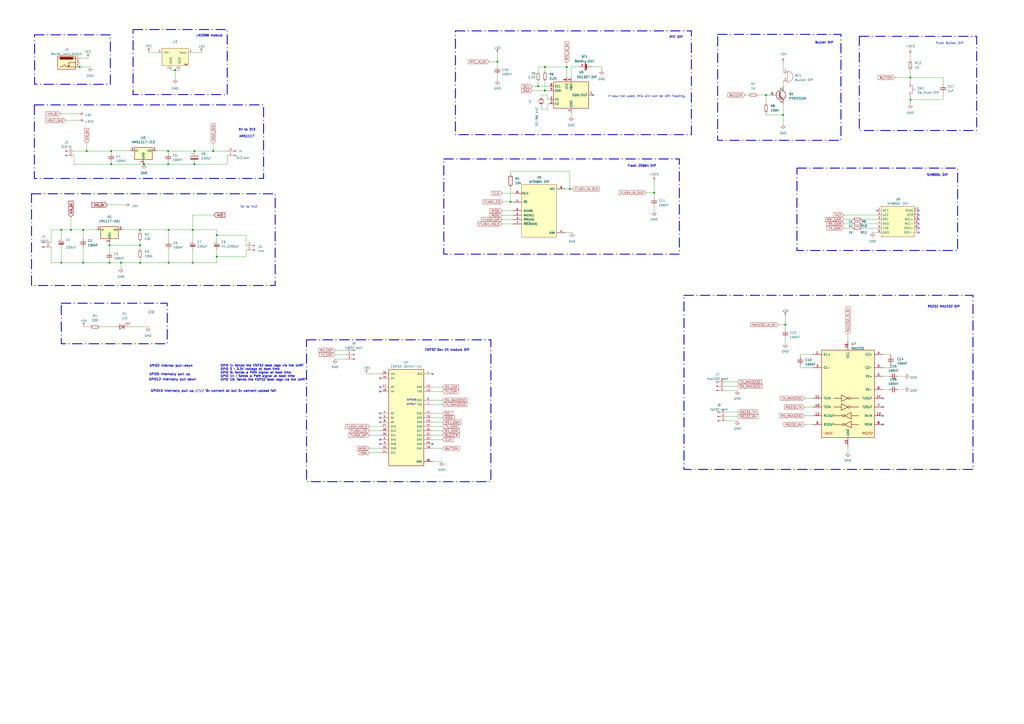
<source format=kicad_sch>
(kicad_sch (version 20230121) (generator eeschema)
  (paper "A2")
  (junction (at 64.516 87.63))
  (junction (at 64.516 95.25))
  (junction (at 528.066 44.958))
  (junction (at 35.56 152.4))
  (junction (at 379.476 111.76))
  (junction (at 41.148 133.35))
  (junction (at 48.26 152.4))
  (junction (at 81.28 152.4))
  (junction (at 112.776 95.25))
  (junction (at 528.066 57.785))
  (junction (at 63.5 152.4))
  (junction (at 330.581 109.601))
  (junction (at 70.231 152.4))
  (junction (at 111.76 152.4))
  (junction (at 81.28 133.35))
  (junction (at 444.373 55.118))
  (junction (at 46.228 38.862))
  (junction (at 101.6 40.64))
  (junction (at 312.166 50.038))
  (junction (at 48.26 133.35))
  (junction (at 125.73 148.844))
  (junction (at 83.566 95.25))
  (junction (at 97.79 133.35))
  (junction (at 455.549 188.341))
  (junction (at 97.536 87.63))
  (junction (at 454.279 66.675))
  (junction (at 288.544 35.814))
  (junction (at 123.698 87.63))
  (junction (at 316.103 38.862))
  (junction (at 328.803 38.862))
  (junction (at 97.536 95.25))
  (junction (at 35.56 133.35))
  (junction (at 111.76 133.35))
  (junction (at 125.73 136.398))
  (junction (at 296.164 117.094))
  (junction (at 50.292 87.63))
  (junction (at 97.79 152.4))
  (junction (at 316.103 52.578))
  (junction (at 81.28 142.24))
  (junction (at 112.776 87.63))
  (junction (at 83.439 95.25))
  (junction (at 63.5 142.24))
  (no_connect (at 512.191 231.013))
  (no_connect (at 220.472 239.776))
  (no_connect (at 532.892 124.714))
  (no_connect (at 220.472 255.016))
  (no_connect (at 220.472 257.556))
  (no_connect (at 512.191 241.173))
  (no_connect (at 532.892 127.254))
  (no_connect (at 220.472 219.456))
  (no_connect (at 344.043 55.118))
  (no_connect (at 508.762 122.174))
  (no_connect (at 250.952 216.916))
  (no_connect (at 220.472 227.076))
  (no_connect (at 532.892 134.874))
  (no_connect (at 220.472 244.856))
  (no_connect (at 220.472 242.316))
  (no_connect (at 532.892 132.334))
  (no_connect (at 512.191 236.093))
  (no_connect (at 532.892 122.174))
  (no_connect (at 512.191 246.253))
  (no_connect (at 220.472 224.536))
  (no_connect (at 532.892 129.794))
  (no_connect (at 250.952 257.556))
  (wire (pts (xy 81.28 133.35) (xy 97.79 133.35)))
  (wire (pts (xy 214.249 262.636) (xy 220.472 262.636)))
  (wire (pts (xy 348.996 38.735) (xy 348.996 40.767)))
  (wire (pts (xy 491.871 258.953) (xy 491.871 262.509)))
  (wire (pts (xy 250.952 239.776) (xy 256.667 239.776)))
  (wire (pts (xy 528.066 44.958) (xy 528.066 46.736)))
  (wire (pts (xy 316.103 38.862) (xy 328.803 38.862)))
  (wire (pts (xy 83.566 95.25) (xy 97.536 95.25)))
  (wire (pts (xy 288.544 31.115) (xy 288.544 35.814)))
  (wire (pts (xy 35.56 152.4) (xy 48.26 152.4)))
  (wire (pts (xy 316.103 52.578) (xy 318.643 52.578)))
  (wire (pts (xy 64.516 87.503) (xy 75.565 87.503)))
  (wire (pts (xy 444.373 55.118) (xy 444.373 60.198)))
  (wire (pts (xy 516.763 213.233) (xy 516.763 211.455)))
  (wire (pts (xy 250.952 247.396) (xy 256.667 247.396)))
  (wire (pts (xy 466.725 236.093) (xy 471.551 236.093)))
  (wire (pts (xy 41.148 125.73) (xy 41.148 133.35)))
  (wire (pts (xy 46.228 38.862) (xy 52.324 38.862)))
  (wire (pts (xy 38.1 69.85) (xy 45.72 69.85)))
  (wire (pts (xy 42.926 87.63) (xy 50.292 87.63)))
  (wire (pts (xy 200.66 208.28) (xy 194.31 208.28)))
  (wire (pts (xy 318.643 57.658) (xy 317.5 57.658)))
  (wire (pts (xy 421.386 239.014) (xy 427.736 239.014)))
  (wire (pts (xy 111.76 30.48) (xy 116.84 30.48)))
  (wire (pts (xy 250.952 234.696) (xy 256.667 234.696)))
  (wire (pts (xy 512.191 218.313) (xy 515.747 218.313)))
  (wire (pts (xy 316.103 46.863) (xy 316.103 52.578)))
  (wire (pts (xy 83.185 95.123) (xy 83.439 95.123)))
  (wire (pts (xy 512.191 205.613) (xy 516.763 205.613)))
  (wire (pts (xy 111.76 144.78) (xy 111.76 152.4)))
  (wire (pts (xy 464.185 205.613) (xy 464.185 206.883)))
  (wire (pts (xy 124.206 124.714) (xy 111.76 124.714)))
  (wire (pts (xy 316.103 38.862) (xy 312.166 38.862)))
  (wire (pts (xy 214.249 249.936) (xy 220.472 249.936)))
  (wire (pts (xy 142.748 145.034) (xy 142.748 148.844)))
  (wire (pts (xy 520.827 218.313) (xy 524.637 218.313)))
  (wire (pts (xy 62.23 118.872) (xy 72.39 118.872)))
  (wire (pts (xy 29.718 133.35) (xy 35.56 133.35)))
  (wire (pts (xy 328.041 135.001) (xy 331.851 135.001)))
  (wire (pts (xy 420.624 226.568) (xy 427.736 226.568)))
  (wire (pts (xy 547.116 57.785) (xy 547.116 53.975)))
  (wire (pts (xy 41.148 133.35) (xy 48.26 133.35)))
  (wire (pts (xy 123.698 83.312) (xy 123.698 87.63)))
  (wire (pts (xy 288.544 43.688) (xy 288.544 46.736)))
  (wire (pts (xy 444.373 66.675) (xy 454.279 66.675)))
  (wire (pts (xy 379.476 119.634) (xy 379.476 122.682)))
  (wire (pts (xy 214.249 252.476) (xy 220.472 252.476)))
  (wire (pts (xy 35.56 133.35) (xy 41.148 133.35)))
  (wire (pts (xy 330.581 109.601) (xy 332.105 109.601)))
  (wire (pts (xy 125.73 144.78) (xy 125.73 148.844)))
  (wire (pts (xy 70.231 152.4) (xy 63.5 152.4)))
  (wire (pts (xy 454.279 60.198) (xy 454.279 66.675)))
  (wire (pts (xy 97.536 87.63) (xy 112.776 87.63)))
  (wire (pts (xy 250.952 267.716) (xy 256.286 267.716)))
  (wire (pts (xy 313.944 63.373) (xy 313.944 61.341)))
  (wire (pts (xy 214.249 260.096) (xy 220.472 260.096)))
  (wire (pts (xy 111.76 124.714) (xy 111.76 133.35)))
  (wire (pts (xy 499.872 132.334) (xy 508.762 132.334)))
  (wire (pts (xy 42.926 90.17) (xy 42.926 95.25)))
  (wire (pts (xy 308.61 52.578) (xy 316.103 52.578)))
  (wire (pts (xy 489.458 124.714) (xy 508.762 124.714)))
  (wire (pts (xy 331.343 38.735) (xy 336.042 38.735)))
  (wire (pts (xy 48.26 152.4) (xy 63.5 152.4)))
  (wire (pts (xy 489.458 129.794) (xy 494.792 129.794)))
  (wire (pts (xy 250.952 227.076) (xy 256.667 227.076)))
  (wire (pts (xy 547.116 48.895) (xy 547.116 44.958)))
  (wire (pts (xy 64.516 87.503) (xy 64.516 87.63)))
  (wire (pts (xy 250.952 252.476) (xy 256.667 252.476)))
  (wire (pts (xy 489.458 127.254) (xy 494.792 127.254)))
  (wire (pts (xy 379.476 111.76) (xy 379.476 114.554)))
  (wire (pts (xy 464.185 213.233) (xy 471.551 213.233)))
  (wire (pts (xy 291.211 127.381) (xy 297.561 127.381)))
  (wire (pts (xy 455.549 188.341) (xy 455.549 191.135)))
  (wire (pts (xy 250.952 260.096) (xy 256.794 260.096)))
  (wire (pts (xy 308.61 50.038) (xy 312.166 50.038)))
  (wire (pts (xy 421.386 241.554) (xy 427.736 241.554)))
  (wire (pts (xy 547.116 44.958) (xy 528.066 44.958)))
  (wire (pts (xy 528.066 44.958) (xy 518.922 44.958)))
  (wire (pts (xy 250.952 255.016) (xy 256.794 255.016)))
  (wire (pts (xy 250.952 249.936) (xy 256.667 249.936)))
  (wire (pts (xy 70.231 152.4) (xy 70.231 155.448)))
  (wire (pts (xy 48.26 133.35) (xy 55.88 133.35)))
  (wire (pts (xy 489.204 132.334) (xy 494.792 132.334)))
  (wire (pts (xy 74.422 189.611) (xy 85.852 189.611)))
  (wire (pts (xy 317.627 60.198) (xy 317.627 63.373)))
  (wire (pts (xy 291.211 112.141) (xy 297.561 112.141)))
  (wire (pts (xy 331.343 65.278) (xy 331.343 67.564)))
  (wire (pts (xy 328.041 109.601) (xy 330.581 109.601)))
  (wire (pts (xy 250.952 224.536) (xy 256.667 224.536)))
  (wire (pts (xy 111.76 139.7) (xy 111.76 133.35)))
  (wire (pts (xy 374.65 111.76) (xy 379.476 111.76)))
  (wire (pts (xy 491.871 193.929) (xy 491.871 197.993)))
  (wire (pts (xy 454.279 46.99) (xy 454.279 50.038)))
  (wire (pts (xy 516.763 205.613) (xy 516.763 206.375)))
  (wire (pts (xy 317.5 57.658) (xy 317.5 55.118)))
  (wire (pts (xy 50.292 87.63) (xy 64.516 87.63)))
  (wire (pts (xy 250.952 242.316) (xy 256.667 242.316)))
  (wire (pts (xy 512.191 225.933) (xy 515.747 225.933)))
  (wire (pts (xy 142.748 142.494) (xy 142.748 136.398)))
  (wire (pts (xy 296.164 108.712) (xy 296.164 117.094)))
  (wire (pts (xy 112.776 87.63) (xy 123.698 87.63)))
  (wire (pts (xy 97.536 88.9) (xy 97.536 87.63)))
  (wire (pts (xy 296.164 99.441) (xy 330.581 99.441)))
  (wire (pts (xy 50.292 83.058) (xy 50.292 87.63)))
  (wire (pts (xy 81.28 134.747) (xy 81.28 133.35)))
  (wire (pts (xy 466.725 231.013) (xy 471.551 231.013)))
  (wire (pts (xy 291.211 124.841) (xy 297.561 124.841)))
  (wire (pts (xy 466.725 241.173) (xy 471.551 241.173)))
  (wire (pts (xy 316.103 38.862) (xy 316.103 41.783)))
  (wire (pts (xy 312.166 46.99) (xy 312.166 50.038)))
  (wire (pts (xy 520.827 225.933) (xy 524.637 225.933)))
  (wire (pts (xy 81.28 139.827) (xy 81.28 142.24)))
  (wire (pts (xy 466.725 246.253) (xy 471.551 246.253)))
  (wire (pts (xy 97.79 144.78) (xy 97.79 152.4)))
  (wire (pts (xy 125.73 139.7) (xy 125.73 136.398)))
  (wire (pts (xy 343.662 38.735) (xy 348.996 38.735)))
  (wire (pts (xy 455.549 183.642) (xy 455.549 188.341)))
  (wire (pts (xy 421.386 244.094) (xy 427.736 244.094)))
  (wire (pts (xy 291.211 122.301) (xy 297.561 122.301)))
  (wire (pts (xy 86.36 30.48) (xy 91.44 30.48)))
  (wire (pts (xy 64.516 88.9) (xy 64.516 87.63)))
  (wire (pts (xy 331.343 44.958) (xy 331.343 38.735)))
  (wire (pts (xy 512.191 213.233) (xy 516.763 213.233)))
  (wire (pts (xy 330.581 99.441) (xy 330.581 109.601)))
  (wire (pts (xy 81.28 142.24) (xy 81.28 144.78)))
  (wire (pts (xy 444.373 55.118) (xy 446.659 55.118)))
  (wire (pts (xy 328.803 36.322) (xy 328.803 38.862)))
  (wire (pts (xy 63.5 152.4) (xy 63.5 151.13)))
  (wire (pts (xy 46.228 33.782) (xy 51.054 33.782)))
  (wire (pts (xy 288.544 35.814) (xy 288.544 38.608)))
  (wire (pts (xy 131.826 95.25) (xy 112.776 95.25)))
  (wire (pts (xy 99.06 40.64) (xy 101.6 40.64)))
  (wire (pts (xy 35.56 138.43) (xy 35.56 133.35)))
  (wire (pts (xy 296.164 117.221) (xy 297.561 117.221)))
  (wire (pts (xy 48.514 189.611) (xy 52.578 189.611)))
  (wire (pts (xy 142.748 148.844) (xy 125.73 148.844)))
  (wire (pts (xy 528.066 31.877) (xy 528.066 35.306)))
  (wire (pts (xy 131.826 90.17) (xy 131.826 95.25)))
  (wire (pts (xy 63.5 140.97) (xy 63.5 142.24)))
  (wire (pts (xy 296.164 117.094) (xy 296.164 117.221)))
  (wire (pts (xy 48.26 133.35) (xy 48.26 138.43)))
  (wire (pts (xy 64.516 93.98) (xy 64.516 95.25)))
  (wire (pts (xy 200.66 205.74) (xy 194.31 205.74)))
  (wire (pts (xy 81.28 149.86) (xy 81.28 152.4)))
  (wire (pts (xy 454.279 36.449) (xy 454.279 41.91)))
  (wire (pts (xy 451.485 188.341) (xy 455.549 188.341)))
  (wire (pts (xy 97.79 152.4) (xy 81.28 152.4)))
  (wire (pts (xy 63.5 142.24) (xy 81.28 142.24)))
  (wire (pts (xy 111.76 152.4) (xy 97.79 152.4)))
  (wire (pts (xy 63.5 142.24) (xy 63.5 146.05)))
  (wire (pts (xy 125.73 136.398) (xy 125.73 133.35)))
  (wire (pts (xy 123.698 87.63) (xy 131.826 87.63)))
  (wire (pts (xy 57.658 189.611) (xy 66.802 189.611)))
  (wire (pts (xy 528.066 57.785) (xy 528.066 60.325)))
  (wire (pts (xy 250.952 244.856) (xy 256.667 244.856)))
  (wire (pts (xy 125.73 148.844) (xy 125.73 152.4)))
  (wire (pts (xy 81.28 133.35) (xy 71.12 133.35)))
  (wire (pts (xy 313.944 55.118) (xy 313.944 56.261)))
  (wire (pts (xy 420.624 224.028) (xy 427.736 224.028)))
  (wire (pts (xy 379.476 105.41) (xy 379.476 111.76)))
  (wire (pts (xy 214.376 247.396) (xy 220.472 247.396)))
  (wire (pts (xy 212.598 216.916) (xy 220.472 216.916)))
  (wire (pts (xy 444.373 65.278) (xy 444.373 66.675)))
  (wire (pts (xy 97.536 95.25) (xy 112.776 95.25)))
  (wire (pts (xy 48.26 143.51) (xy 48.26 152.4)))
  (wire (pts (xy 317.627 63.373) (xy 313.944 63.373)))
  (wire (pts (xy 317.5 55.118) (xy 313.944 55.118)))
  (wire (pts (xy 328.803 38.862) (xy 328.803 44.958)))
  (wire (pts (xy 283.718 35.814) (xy 288.544 35.814)))
  (wire (pts (xy 142.748 136.398) (xy 125.73 136.398)))
  (wire (pts (xy 64.516 95.25) (xy 83.439 95.25)))
  (wire (pts (xy 111.76 133.35) (xy 97.79 133.35)))
  (wire (pts (xy 296.164 99.441) (xy 296.164 101.092)))
  (wire (pts (xy 101.6 40.64) (xy 101.6 45.72)))
  (wire (pts (xy 432.054 55.118) (xy 434.34 55.118)))
  (wire (pts (xy 97.536 93.98) (xy 97.536 95.25)))
  (wire (pts (xy 420.624 221.488) (xy 427.736 221.488)))
  (wire (pts (xy 29.718 140.716) (xy 29.718 133.35)))
  (wire (pts (xy 83.439 95.123) (xy 83.439 95.25)))
  (wire (pts (xy 291.211 129.921) (xy 297.561 129.921)))
  (wire (pts (xy 291.719 117.094) (xy 296.164 117.094)))
  (wire (pts (xy 528.066 56.896) (xy 528.066 57.785)))
  (wire (pts (xy 29.718 143.256) (xy 29.718 152.4)))
  (wire (pts (xy 471.551 205.613) (xy 464.185 205.613)))
  (wire (pts (xy 125.73 152.4) (xy 111.76 152.4)))
  (wire (pts (xy 250.952 232.156) (xy 256.667 232.156)))
  (wire (pts (xy 42.926 95.25) (xy 64.516 95.25)))
  (wire (pts (xy 46.228 36.322) (xy 46.228 38.862)))
  (wire (pts (xy 528.066 40.386) (xy 528.066 44.958)))
  (wire (pts (xy 101.6 40.64) (xy 104.14 40.64)))
  (wire (pts (xy 455.549 196.215) (xy 455.549 199.263)))
  (wire (pts (xy 35.56 143.51) (xy 35.56 152.4)))
  (wire (pts (xy 97.79 133.35) (xy 97.79 139.7)))
  (wire (pts (xy 439.42 55.118) (xy 444.373 55.118)))
  (wire (pts (xy 200.66 203.2) (xy 194.31 203.2)))
  (wire (pts (xy 90.805 87.503) (xy 97.536 87.503)))
  (wire (pts (xy 506.222 134.874) (xy 508.762 134.874)))
  (wire (pts (xy 499.872 129.794) (xy 508.762 129.794)))
  (wire (pts (xy 312.166 38.862) (xy 312.166 41.91)))
  (wire (pts (xy 29.718 152.4) (xy 35.56 152.4)))
  (wire (pts (xy 83.439 95.25) (xy 83.566 95.25)))
  (wire (pts (xy 312.166 50.038) (xy 318.643 50.038)))
  (wire (pts (xy 499.872 127.254) (xy 508.762 127.254)))
  (wire (pts (xy 464.185 211.963) (xy 464.185 213.233)))
  (wire (pts (xy 528.066 57.785) (xy 547.116 57.785)))
  (wire (pts (xy 454.279 66.675) (xy 454.279 72.136)))
  (wire (pts (xy 97.536 87.503) (xy 97.536 87.63)))
  (wire (pts (xy 81.28 152.4) (xy 70.231 152.4)))
  (wire (pts (xy 35.306 66.04) (xy 45.466 66.04)))
  (wire (pts (xy 318.643 60.198) (xy 317.627 60.198)))
  (wire (pts (xy 125.73 133.35) (xy 111.76 133.35)))
  (rectangle (start 177.8 197.104) (end 284.734 279.4) (stroke (width 0.5) (type dash_dot)))
  (rectangle (start 18.288 112.395) (end 159.639 165.608) (stroke (width 0.5) (type dash_dot)))
  (rectangle (start 264.16 17.907) (end 401.066 78.105) (stroke (width 0.5) (type dash_dot)))
  (rectangle (start 462.28 97.536) (end 555.498 145.288) (stroke (width 0.5) (type dash_dot)))
  (rectangle (start 19.939 60.833) (end 152.908 103.505) (stroke (width 0.5) (type dash_dot)))
  (rectangle (start 35.56 175.895) (end 97.028 199.39) (stroke (width 0.5) (type dash_dot)))
  (rectangle (start 20.066 20.193) (end 64.008 48.895) (stroke (width 0.5) (type dash_dot)))
  (rectangle (start 257.429 92.202) (end 394.081 147.447) (stroke (width 0.5) (type dash_dot)))
  (rectangle (start 396.748 171.323) (end 564.388 272.288) (stroke (width 0.5) (type dash_dot)))
  (rectangle (start 77.216 17.145) (end 131.826 54.864) (stroke (width 0.5) (type dash_dot)))
  (rectangle (start 498.475 21.082) (end 566.547 75.692) (stroke (width 0.5) (type dash_dot)))
  (rectangle (start 416.306 19.939) (end 487.807 81.407) (stroke (width 0.5) (type dash_dot)))
  (text "Flash 25Q64 DIP\n" (at 363.982 97.028 0) (effects (font (size 1.27 1.27) (thickness 0.254) bold) (justify left bottom)))
  (text "LM2596 module" (at 113.792 21.463 0) (effects (font (size 1.27 1.27) bold) (justify left bottom)))
  (text "RTC DIP\n" (at 388.239 22.352 0) (effects (font (size 1.27 1.27) (thickness 0.254) bold) (justify left bottom)))
  (text "LED" (at 85.8012 181.991 0) (effects (font (size 1.27 1.27)) (justify left bottom)))
  (text "GPIO 1: Sends the ESP32 boot logs via the UART\nGPIO 3 : 3.3V voltage at boot time\nGPIO 5: Sends a PWM signal at boot time\nGPIO 14 : Sends a PWM signal at boot time\nGPIO 15: Sends the ESP32 boot logs via the UART" (at 127.8128 221.0816 0) (effects (font (size 1.27 1.27) (thickness 0.254) bold) (justify left bottom)))
  (text "SIM800L DIP\n" (at 537.591 102.362 0) (effects (font (size 1.27 1.27) (thickness 0.254) bold) (justify left bottom)))
  (text "GPIO15 Internally pull up //// 0v connect ok but 3v connect upload fail" (at 87.376 227.584 0) (effects (font (size 1.27 1.27) (thickness 0.254) bold) (justify left bottom)))
  (text "GPIO16" (at 235.966 232.664 0) (effects (font (size 1 1)) (justify left bottom)))
  (text "5V to 3V3\n" (at 138.3284 76.0222 0) (effects (font (size 1.27 1.27) (thickness 0.254) bold) (justify left bottom)))
  (text "Buzzer DIP\n\n" (at 472.694 27.559 0) (effects (font (size 1.27 1.27) bold) (justify left bottom)))
  (text "ESP32 Dev kit module DIP\n" (at 246.4054 203.8096 0) (effects (font (size 1.27 1.27) bold) (justify left bottom)))
  (text "Push Button DIP" (at 542.925 25.908 0) (effects (font (size 1.27 1.27)) (justify left bottom)))
  (text "RS232 MAX232 DIP\n" (at 537.972 178.689 0) (effects (font (size 1.27 1.27) (thickness 0.254) bold) (justify left bottom)))
  (text "If sqw not used, this pin can be left floating." (at 352.806 56.642 0) (effects (font (size 1.27 1.27)) (justify left bottom)))
  (text "GPIO5 Internally pull up" (at 110.3122 217.932 0) (effects (font (size 1.27 1.27) (thickness 0.254) bold) (justify right bottom)))
  (text "GPIO17" (at 235.966 235.204 0) (effects (font (size 1 1)) (justify left bottom)))
  (text "GPIO12 Internally pull down" (at 113.7666 220.9546 0) (effects (font (size 1.27 1.27) (thickness 0.254) bold) (justify right bottom)))
  (text "5V to 4V2\n" (at 139.4206 120.8024 0) (effects (font (size 1.27 1.27)) (justify left bottom)))
  (text "AMS1117\n" (at 138.684 79.9338 0) (effects (font (size 1.27 1.27) bold) (justify left bottom)))
  (text "GPIO2 internal pull-down" (at 111.9124 213.0044 0) (effects (font (size 1.27 1.27) (thickness 0.254) bold) (justify right bottom)))
  (global_label "RX_ESP" (shape input) (at 194.31 203.2 180) (property "Intersheetrefs" "${INTERSHEET_REFS}" (effects hide)))
  (global_label "TX_MAX3232" (shape input) (at 256.667 234.696 0) (property "Intersheetrefs" "${INTERSHEET_REFS}" (effects hide)))
  (global_label "FLASH_CS" (shape input) (at 291.719 117.094 180) (property "Intersheetrefs" "${INTERSHEET_REFS}" (effects hide)))
  (global_label "FLASH_WP" (shape input) (at 291.211 127.381 180) (property "Intersheetrefs" "${INTERSHEET_REFS}" (effects hide)))
  (global_label "MAX232_IN_5V" (shape input) (at 491.871 193.929 90) (property "Intersheetrefs" "${INTERSHEET_REFS}" (effects hide)))
  (global_label "TX_MAX3232" (shape input) (at 427.736 221.488 0) (property "Intersheetrefs" "${INTERSHEET_REFS}" (effects hide)))
  (global_label "RTC_IN_5V" (shape input) (at 328.803 36.322 90) (property "Intersheetrefs" "${INTERSHEET_REFS}" (effects hide)))
  (global_label "TX_GSM" (shape input) (at 489.204 132.334 180) (property "Intersheetrefs" "${INTERSHEET_REFS}" (effects hide)))
  (global_label "FLASH_HOLD" (shape input) (at 291.211 129.921 180) (property "Intersheetrefs" "${INTERSHEET_REFS}" (effects hide)))
  (global_label "RST_GSM" (shape input) (at 256.667 244.856 0) (property "Intersheetrefs" "${INTERSHEET_REFS}" (effects hide)))
  (global_label "RX_MAX3232" (shape input) (at 427.736 224.028 0) (property "Intersheetrefs" "${INTERSHEET_REFS}" (effects hide)))
  (global_label "FLASH_WP" (shape input) (at 214.249 252.476 180) (property "Intersheetrefs" "${INTERSHEET_REFS}" (effects hide)))
  (global_label "RS232_TX" (shape input) (at 427.736 239.014 0) (property "Intersheetrefs" "${INTERSHEET_REFS}" (effects hide)))
  (global_label "RST_GSM" (shape input) (at 489.458 127.254 180) (property "Intersheetrefs" "${INTERSHEET_REFS}" (effects hide)))
  (global_label "FLASH_HOLD" (shape input) (at 214.376 247.396 180) (property "Intersheetrefs" "${INTERSHEET_REFS}" (effects hide)))
  (global_label "TX_MAX3232" (shape input) (at 466.725 231.013 180) (property "Intersheetrefs" "${INTERSHEET_REFS}" (effects hide)))
  (global_label "MOSI" (shape input) (at 291.211 124.841 180) (property "Intersheetrefs" "${INTERSHEET_REFS}" (effects hide)))
  (global_label "RX_GSM" (shape input) (at 489.458 129.794 180) (property "Intersheetrefs" "${INTERSHEET_REFS}" (effects hide)))
  (global_label "VIN_5V" (shape input) (at 62.23 118.872 180) (effects (font bold)) (property "Intersheetrefs" "${INTERSHEET_REFS}" (effects hide)))
  (global_label "RX_ESP" (shape input) (at 256.667 224.536 0) (property "Intersheetrefs" "${INTERSHEET_REFS}" (effects hide)))
  (global_label "RS232_RX" (shape input) (at 427.736 241.554 0) (property "Intersheetrefs" "${INTERSHEET_REFS}" (effects hide)))
  (global_label "FLASH_IN_3V3" (shape input) (at 374.65 111.76 180) (property "Intersheetrefs" "${INTERSHEET_REFS}" (effects hide)))
  (global_label "SCL" (shape input) (at 308.61 50.038 180) (property "Intersheetrefs" "${INTERSHEET_REFS}" (effects hide)))
  (global_label "VIN_5V" (shape input) (at 41.148 125.73 90) (effects (font bold)) (property "Intersheetrefs" "${INTERSHEET_REFS}" (effects hide)))
  (global_label "VOUT_3V3" (shape input) (at 38.1 69.85 180) (property "Intersheetrefs" "${INTERSHEET_REFS}" (effects hide)))
  (global_label "FLASH_IN_3V3" (shape input) (at 332.105 109.601 0) (property "Intersheetrefs" "${INTERSHEET_REFS}" (effects hide)))
  (global_label "RX_MAX3232" (shape input) (at 256.667 232.156 0) (property "Intersheetrefs" "${INTERSHEET_REFS}" (effects hide)))
  (global_label "VIN_5V" (shape input) (at 35.306 66.04 180) (property "Intersheetrefs" "${INTERSHEET_REFS}" (effects hide)))
  (global_label "MISO" (shape input) (at 291.211 122.301 180) (property "Intersheetrefs" "${INTERSHEET_REFS}" (effects hide)))
  (global_label "TX_ESP" (shape input) (at 194.31 205.74 180) (property "Intersheetrefs" "${INTERSHEET_REFS}" (effects hide)))
  (global_label "MISO" (shape input) (at 214.249 260.096 180) (property "Intersheetrefs" "${INTERSHEET_REFS}" (effects hide)))
  (global_label "CLK" (shape input) (at 291.211 112.141 180) (property "Intersheetrefs" "${INTERSHEET_REFS}" (effects hide)))
  (global_label "BUTTON" (shape input) (at 256.794 260.096 0) (property "Intersheetrefs" "${INTERSHEET_REFS}" (effects hide)))
  (global_label "MOSI" (shape input) (at 256.667 242.316 0) (property "Intersheetrefs" "${INTERSHEET_REFS}" (effects hide)))
  (global_label "4V2" (shape input) (at 489.458 124.714 180) (property "Intersheetrefs" "${INTERSHEET_REFS}" (effects hide)))
  (global_label "RX_MAX3232" (shape input) (at 466.725 241.173 180) (property "Intersheetrefs" "${INTERSHEET_REFS}" (effects hide)))
  (global_label "RX_GSM" (shape input) (at 256.667 249.936 0) (property "Intersheetrefs" "${INTERSHEET_REFS}" (effects hide)))
  (global_label "MAX232_IN_5V" (shape input) (at 451.485 188.341 180) (property "Intersheetrefs" "${INTERSHEET_REFS}" (effects hide)))
  (global_label "RS232_TX" (shape input) (at 466.725 236.093 180) (property "Intersheetrefs" "${INTERSHEET_REFS}" (effects hide)))
  (global_label "SDA" (shape input) (at 214.249 262.636 180) (property "Intersheetrefs" "${INTERSHEET_REFS}" (effects hide)))
  (global_label "RS232_RX" (shape input) (at 466.725 246.253 180) (property "Intersheetrefs" "${INTERSHEET_REFS}" (effects hide)))
  (global_label "TX_ESP" (shape input) (at 256.667 227.076 0) (property "Intersheetrefs" "${INTERSHEET_REFS}" (effects hide)))
  (global_label "4V2" (shape input) (at 124.206 124.714 0) (effects (font bold)) (property "Intersheetrefs" "${INTERSHEET_REFS}" (effects hide)))
  (global_label "SCL" (shape input) (at 256.667 239.776 0) (property "Intersheetrefs" "${INTERSHEET_REFS}" (effects hide)))
  (global_label "VIN_5V" (shape input) (at 50.292 83.058 90) (property "Intersheetrefs" "${INTERSHEET_REFS}" (effects hide)))
  (global_label "BUTTON" (shape input) (at 518.922 44.958 180) (property "Intersheetrefs" "${INTERSHEET_REFS}" (effects hide)))
  (global_label "BUZZER" (shape input) (at 256.667 252.476 0) (property "Intersheetrefs" "${INTERSHEET_REFS}" (effects hide)))
  (global_label "CLK" (shape input) (at 256.794 255.016 0) (property "Intersheetrefs" "${INTERSHEET_REFS}" (effects hide)))
  (global_label "TX_GSM" (shape input) (at 256.667 247.396 0) (property "Intersheetrefs" "${INTERSHEET_REFS}" (effects hide)))
  (global_label "BUZZER" (shape input) (at 432.054 55.118 180) (property "Intersheetrefs" "${INTERSHEET_REFS}" (effects hide)))
  (global_label "RTC_IN_5V" (shape input) (at 283.718 35.814 180) (property "Intersheetrefs" "${INTERSHEET_REFS}" (effects hide)))
  (global_label "VOUT_3V3" (shape input) (at 123.698 83.312 90) (property "Intersheetrefs" "${INTERSHEET_REFS}" (effects hide)))
  (global_label "FLASH_CS" (shape input) (at 214.249 249.936 180) (property "Intersheetrefs" "${INTERSHEET_REFS}" (effects hide)))
  (global_label "SDA" (shape input) (at 308.61 52.578 180) (property "Intersheetrefs" "${INTERSHEET_REFS}" (effects hide)))
  (symbol (lib_id "Device:C_Small") (at 464.185 209.423 0) (unit 1)
    (property "Reference" "C13" (at 466.979 208.7943 0) (effects (justify left)))
    (property "Value" "100nF" (at 466.979 211.3343 0) (effects (justify left)))
    (property "Footprint" "Capacitor_THT:C_Disc_D4.7mm_W2.5mm_P5.00mm" (effects hide))
  )
  (symbol (lib_id "Device:C_Small") (at 518.287 218.313 90) (unit 1)
    (property "Reference" "C15" (at 518.2933 212.471 90))
    (property "Value" "100nF" (at 518.2933 215.011 90))
    (property "Footprint" "Capacitor_THT:C_Disc_D4.7mm_W2.5mm_P5.00mm" (effects hide))
  )
  (symbol (lib_id "Device:Buzzer") (at 456.819 44.45 0) (unit 1)
    (property "Reference" "BZ1" (at 461.01 43.815 0) (effects (justify left)))
    (property "Value" "Buzzer DIP" (at 461.01 46.355 0) (effects (justify left)))
    (property "Footprint" "Buzzer_Beeper:Buzzer_12x9.5RM7.6" (effects hide))
  )
  (symbol (lib_id "Device:C_Small") (at 97.79 142.24 0) (unit 1)
    (property "Reference" "C6" (at 100.33 140.9762 0) (effects (justify left)))
    (property "Value" "100nF" (at 100.33 143.5162 0) (effects (justify left)))
    (property "Footprint" "Capacitor_THT:C_Disc_D4.7mm_W2.5mm_P5.00mm" (effects hide))
  )
  (symbol (lib_id "Connector:Conn_01x02_Male") (at 37.846 87.63 0) (unit 1)
    (property "Reference" "J2" (at 38.481 82.55 0))
    (property "Value" "3v3_in" (at 38.481 85.09 0))
    (property "Footprint" "Connector_PinHeader_2.54mm:PinHeader_1x02_P2.54mm_Vertical" (effects hide))
  )
  (symbol (lib_id "Connector:Conn_01x03_Pin") (at 415.544 224.028 0) (unit 1)
    (property "Reference" "J7" (at 416.179 217.17 0))
    (property "Value" "max232 port" (at 416.179 219.71 0))
    (property "Footprint" "Connector_PinHeader_2.54mm:PinHeader_1x03_P2.54mm_Vertical" (effects hide))
  )
  (symbol (lib_name "GND_1") (lib_id "power:GND") (at 256.286 267.716 0) (unit 1)
    (property "Reference" "#PWR014" (effects hide))
    (property "Value" "GND" (at 256.286 272.542 0))
  )
  (symbol (lib_id "Regulator_Linear:LM1117-ADJ") (at 63.5 133.35 0) (unit 1)
    (property "Reference" "U1" (at 63.5 125.73 0))
    (property "Value" "LM1117-ADJ" (at 63.5 128.27 0))
    (property "Footprint" "Package_TO_SOT_SMD:SOT-223-3_TabPin2" (effects hide))
    (property "Datasheet" "http://www.ti.com/lit/ds/symlink/lm1117.pdf" (effects hide))
  )
  (symbol (lib_id "Device:R_Small") (at 497.332 127.254 90) (unit 1)
    (property "Reference" "R9" (at 501.142 128.524 90))
    (property "Value" "1k" (at 493.522 128.524 90))
    (property "Footprint" "Resistor_THT:R_Axial_DIN0207_L6.3mm_D2.5mm_P10.16mm_Horizontal" (effects hide))
  )
  (symbol (lib_id "Connector:Barrel_Jack_Switch") (at 38.608 36.322 0) (unit 1)
    (property "Reference" "J3" (at 38.608 28.702 0))
    (property "Value" "Barrel_Jack_Switch" (at 38.608 31.242 0))
    (property "Footprint" "Connector_BarrelJack:BarrelJack_Wuerth_6941xx301002" (effects hide))
  )
  (symbol (lib_id "Device:C_Polarized_Small") (at 111.76 142.24 0) (unit 1)
    (property "Reference" "C7" (at 114.3 140.4238 0) (effects (justify left)))
    (property "Value" "220uF" (at 114.3 142.9638 0) (effects (justify left)))
    (property "Footprint" "Capacitor_THT:CP_Radial_D8.0mm_P5.00mm" (effects hide))
  )
  (symbol (lib_id "Connector:Conn_01x03_Pin") (at 416.306 241.554 0) (unit 1)
    (property "Reference" "J8" (at 416.941 234.95 0))
    (property "Value" "rs232 port" (at 416.941 237.49 0))
    (property "Footprint" "Connector_PinHeader_2.54mm:PinHeader_1x03_P2.54mm_Vertical" (effects hide))
  )
  (symbol (lib_id "power:+5V") (at 48.514 189.611 0) (unit 1)
    (property "Reference" "#PWR04" (effects hide))
    (property "Value" "+5V" (at 48.514 186.055 0))
  )
  (symbol (lib_id "Device:C_Small") (at 288.544 41.148 0) (unit 1)
    (property "Reference" "C10" (at 291.084 40.5193 0) (effects (justify left)))
    (property "Value" "100nF" (at 291.084 43.0593 0) (effects (justify left)))
    (property "Footprint" "Capacitor_THT:C_Disc_D4.7mm_W2.5mm_P5.00mm" (effects hide))
  )
  (symbol (lib_id "sim800l-core:SIM800L-CORE") (at 520.192 127.254 0) (unit 1)
    (property "Reference" "U8" (at 520.827 115.57 0))
    (property "Value" "SIM800L DIP" (at 520.827 118.11 0))
    (property "Footprint" "SIM800L-Core-Module-KiCad-Footprint:SIM800L-CORE" (effects hide))
  )
  (symbol (lib_id "Device:C_Small") (at 547.116 51.435 0) (unit 1)
    (property "Reference" "C17" (at 549.656 50.1712 0) (effects (justify left)))
    (property "Value" "1uF" (at 549.656 52.7112 0) (effects (justify left)))
    (property "Footprint" "Capacitor_THT:C_Disc_D4.7mm_W2.5mm_P5.00mm" (effects hide))
    (property "Datasheet" "1206B105K101NT" (effects hide))
  )
  (symbol (lib_id "Device:R_Small") (at 528.066 37.846 0) (unit 1)
    (property "Reference" "R12" (at 530.606 36.5759 0) (effects (justify left)))
    (property "Value" "1K" (at 530.606 39.1159 0) (effects (justify left)))
    (property "Footprint" "Resistor_THT:R_Axial_DIN0207_L6.3mm_D2.5mm_P10.16mm_Horizontal" (effects hide))
  )
  (symbol (lib_id "W25Q64BVSSIG:W25Q64BVSSIG") (at 312.801 122.301 0) (unit 1)
    (property "Reference" "U5" (at 312.801 102.87 0))
    (property "Value" "W25Q64 DIP" (at 312.801 105.41 0))
    (property "Footprint" "Package_DIP:DIP-8_W7.62mm" (effects hide))
    (property "MF" "Winbond Electronics" (effects hide))
    (property "SNAPEDA_PACKAGE_ID" "5766" (effects hide))
    (property "PRICE" "None" (effects hide))
    (property "AVAILABILITY" "Unavailable" (effects hide))
    (property "DESCRIPTION" "64m Serail Flash" (effects hide))
    (property "PACKAGE" "SOIC-8 Winbond" (effects hide))
    (property "MP" "W25Q64BVSSIG" (effects hide))
  )
  (symbol (lib_id "Device:R_Small") (at 444.373 62.738 0) (unit 1)
    (property "Reference" "R8" (at 446.913 61.4679 0) (effects (justify left)))
    (property "Value" "100K" (at 446.913 64.0079 0) (effects (justify left)))
    (property "Footprint" "Resistor_THT:R_Axial_DIN0207_L6.3mm_D2.5mm_P10.16mm_Horizontal" (effects hide))
  )
  (symbol (lib_id "Device:Battery_Cell") (at 341.122 38.735 90) (unit 1)
    (property "Reference" "BT1" (at 339.09 32.893 90))
    (property "Value" "Battery_Cell" (at 339.09 35.433 90))
    (property "Footprint" "Battery:BatteryHolder_Keystone_104_1x23mm" (effects hide))
  )
  (symbol (lib_name "GND_3") (lib_id "power:GND") (at 52.324 38.862 0) (unit 1)
    (property "Reference" "#PWR05" (effects hide))
    (property "Value" "GND" (at 52.324 43.942 0))
  )
  (symbol (lib_name "+5V_3") (lib_id "power:+5V") (at 116.84 30.48 0) (unit 1)
    (property "Reference" "#PWR011" (effects hide))
    (property "Value" "+5V" (at 116.84 26.924 0))
  )
  (symbol (lib_id "power:GND") (at 85.852 189.611 0) (unit 1)
    (property "Reference" "#PWR09" (effects hide))
    (property "Value" "GND" (at 85.852 194.691 0))
  )
  (symbol (lib_id "Simulation_SPICE:NPN") (at 451.739 55.118 0) (unit 1)
    (property "Reference" "Q1" (at 457.708 54.483 0) (effects (justify left)))
    (property "Value" "P2N2222A" (at 457.708 57.023 0) (effects (justify left)))
    (property "Footprint" "Package_TO_SOT_THT:TO-92" (effects hide))
    (property "Sim.Device" "NPN" (effects hide))
    (property "Sim.Type" "GUMMELPOON" (effects hide))
    (property "Sim.Pins" "1=C 2=B 3=E" (effects hide))
  )
  (symbol (lib_id "power:+3V3") (at 528.066 31.877 0) (unit 1)
    (property "Reference" "#PWR033" (effects hide))
    (property "Value" "+3V3" (at 528.066 26.797 0))
  )
  (symbol (lib_id "power:GND") (at 331.851 135.001 0) (unit 1)
    (property "Reference" "#PWR018" (effects hide))
    (property "Value" "GND" (at 331.851 140.081 0))
  )
  (symbol (lib_id "Device:C_Small") (at 518.287 225.933 90) (unit 1)
    (property "Reference" "C16" (at 518.2933 220.091 90))
    (property "Value" "100nF" (at 518.2933 222.631 90))
    (property "Footprint" "Capacitor_THT:C_Disc_D4.7mm_W2.5mm_P5.00mm" (effects hide))
  )
  (symbol (lib_name "GND_2") (lib_id "power:GND") (at 194.31 208.28 0) (mirror y) (unit 1)
    (property "Reference" "#PWR012" (effects hide))
    (property "Value" "GND" (at 194.31 212.852 0))
  )
  (symbol (lib_name "GND_2") (lib_id "power:GND") (at 288.544 46.736 0) (unit 1)
    (property "Reference" "#PWR016" (effects hide))
    (property "Value" "GND" (at 288.544 51.308 0))
  )
  (symbol (lib_id "yaaj_dcdc_stepdown_lm2596:YAAJ_DCDC_StepDown_LM2596") (at 101.6 33.02 0) (unit 1)
    (property "Reference" "U3" (at 101.6 24.2062 0))
    (property "Value" "YAAJ_DCDC_StepDown_LM2596" (effects hide))
    (property "Footprint" "LM2596_module:YAAJ_DCDC_StepDown_LM2596" (effects hide))
  )
  (symbol (lib_id "Connector:Conn_01x02_Male") (at 136.906 90.17 180) (unit 1)
    (property "Reference" "J4" (at 138.176 87.6299 0) (effects (justify right)))
    (property "Value" "3v3_out" (at 136.906 91.44 0) (effects (justify right)))
    (property "Footprint" "Connector_PinHeader_2.54mm:PinHeader_1x02_P2.54mm_Vertical" (effects hide))
  )
  (symbol (lib_name "+3V3_2") (lib_id "power:+3V3") (at 379.476 105.41 0) (unit 1)
    (property "Reference" "#PWR020" (effects hide))
    (property "Value" "+3V3" (at 379.476 101.092 0))
  )
  (symbol (lib_name "GND_2") (lib_id "power:GND") (at 491.871 262.509 0) (unit 1)
    (property "Reference" "#PWR028" (effects hide))
    (property "Value" "GND" (at 491.871 267.081 0))
  )
  (symbol (lib_id "Device:R") (at 296.164 104.902 0) (unit 1)
    (property "Reference" "R4" (at 298.704 103.6319 0) (effects (justify left)))
    (property "Value" "10k" (at 298.704 106.1719 0) (effects (justify left)))
    (property "Footprint" "Resistor_THT:R_Axial_DIN0207_L6.3mm_D2.5mm_P10.16mm_Horizontal" (effects hide))
  )
  (symbol (lib_id "Device:C_Small") (at 455.549 193.675 0) (unit 1)
    (property "Reference" "C12" (at 458.089 193.0463 0) (effects (justify left)))
    (property "Value" "100nF" (at 458.089 195.5863 0) (effects (justify left)))
    (property "Footprint" "Capacitor_THT:C_Disc_D4.7mm_W2.5mm_P5.00mm" (effects hide))
  )
  (symbol (lib_id "power:GND") (at 83.566 95.25 0) (unit 1)
    (property "Reference" "#PWR07" (effects hide))
    (property "Value" "GND" (at 83.566 100.33 0))
  )
  (symbol (lib_id "Device:R_Small") (at 497.332 132.334 90) (unit 1)
    (property "Reference" "R11" (at 501.142 134.874 90))
    (property "Value" "1K" (at 493.522 134.874 90))
    (property "Footprint" "Resistor_THT:R_Axial_DIN0207_L6.3mm_D2.5mm_P10.16mm_Horizontal" (effects hide))
  )
  (symbol (lib_id "power:VCC") (at 86.36 30.48 0) (unit 1)
    (property "Reference" "#PWR08" (effects hide))
    (property "Value" "VCC" (at 86.36 26.67 0))
  )
  (symbol (lib_name "GND_2") (lib_id "power:GND") (at 379.476 122.682 0) (unit 1)
    (property "Reference" "#PWR021" (effects hide))
    (property "Value" "GND" (at 379.476 127.254 0))
  )
  (symbol (lib_id "Device:Crystal_Small") (at 313.944 58.801 90) (unit 1)
    (property "Reference" "Y1" (at 307.594 58.801 0))
    (property "Value" "32.786 kHZ" (at 311.404 67.691 0))
    (property "Footprint" "Crystal:Crystal_Round_D1.0mm_Vertical" (effects hide))
  )
  (symbol (lib_name "GND_2") (lib_id "power:GND") (at 524.637 225.933 90) (unit 1)
    (property "Reference" "#PWR031" (effects hide))
    (property "Value" "GND" (at 527.939 226.568 90) (effects (justify right)))
  )
  (symbol (lib_id "Timer_RTC:DS1307ZN+") (at 331.343 55.118 0) (unit 1)
    (property "Reference" "U6" (at 337.185 41.8084 0))
    (property "Value" "DS1307 DIP" (at 340.4362 44.704 0))
    (property "Footprint" "Package_DIP:DIP-8_W7.62mm" (effects hide))
    (property "Datasheet" "https://datasheets.maximintegrated.com/en/ds/DS1307.pdf" (effects hide))
  )
  (symbol (lib_name "+5V_4") (lib_id "power:+5V") (at 72.39 118.872 270) (unit 1)
    (property "Reference" "#PWR06" (effects hide))
    (property "Value" "+5V" (at 75.946 119.507 90) (effects (justify left)))
  )
  (symbol (lib_id "Device:C_Polarized_Small") (at 35.56 140.97 0) (unit 1)
    (property "Reference" "C1" (at 38.1 139.1538 0) (effects (justify left)))
    (property "Value" "220uF" (at 38.1 143.51 0) (effects (justify left)))
    (property "Footprint" "Capacitor_THT:CP_Radial_D8.0mm_P5.00mm" (effects hide))
  )
  (symbol (lib_id "Device:R_Small") (at 436.88 55.118 90) (unit 1)
    (property "Reference" "R7" (at 436.88 48.768 90))
    (property "Value" "1K" (at 436.88 51.308 90))
    (property "Footprint" "Resistor_THT:R_Axial_DIN0207_L6.3mm_D2.5mm_P10.16mm_Horizontal" (effects hide))
  )
  (symbol (lib_id "Device:C_Small") (at 379.476 117.094 0) (unit 1)
    (property "Reference" "C11" (at 382.016 116.4653 0) (effects (justify left)))
    (property "Value" "100nF" (at 382.016 119.0053 0) (effects (justify left)))
    (property "Footprint" "Capacitor_THT:C_Disc_D4.7mm_W2.5mm_P5.00mm" (effects hide))
  )
  (symbol (lib_id "power:GND") (at 348.996 40.767 0) (unit 1)
    (property "Reference" "#PWR019" (effects hide))
    (property "Value" "GND" (at 348.996 45.847 0))
  )
  (symbol (lib_id "power:GND") (at 528.066 60.325 0) (unit 1)
    (property "Reference" "#PWR032" (effects hide))
    (property "Value" "GND" (at 528.066 65.405 0))
  )
  (symbol (lib_id "Device:R_Small") (at 81.28 147.32 0) (unit 1)
    (property "Reference" "R3" (at 83.82 146.0499 0) (effects (justify left)))
    (property "Value" "100k" (at 83.82 148.5899 0) (effects (justify left)))
    (property "Footprint" "Resistor_THT:R_Axial_DIN0207_L6.3mm_D2.5mm_P10.16mm_Horizontal" (effects hide))
  )
  (symbol (lib_name "GND_2") (lib_id "power:GND") (at 427.736 244.094 0) (unit 1)
    (property "Reference" "#PWR023" (effects hide))
    (property "Value" "GND" (at 427.736 248.666 0))
  )
  (symbol (lib_id "power:+5V") (at 454.279 36.449 0) (unit 1)
    (property "Reference" "#PWR024" (effects hide))
    (property "Value" "+5V" (at 454.279 31.369 0))
  )
  (symbol (lib_id "Device:R_Small") (at 316.103 44.323 0) (unit 1)
    (property "Reference" "R6" (at 318.643 43.0529 0) (effects (justify left)))
    (property "Value" "2.2K" (at 318.643 45.5929 0) (effects (justify left)))
    (property "Footprint" "Resistor_THT:R_Axial_DIN0207_L6.3mm_D2.5mm_P10.16mm_Horizontal" (effects hide))
  )
  (symbol (lib_id "Device:LED") (at 70.612 189.611 180) (unit 1)
    (property "Reference" "D1" (at 72.1995 181.991 0))
    (property "Value" "LED" (at 72.1995 184.531 0))
    (property "Footprint" "LED_THT:LED_D4.0mm" (effects hide))
  )
  (symbol (lib_id "Device:C_Small") (at 48.26 140.97 0) (unit 1)
    (property "Reference" "C2" (at 50.8 139.7062 0) (effects (justify left)))
    (property "Value" "100nF" (at 50.8 142.2462 0) (effects (justify left)))
    (property "Footprint" "Capacitor_THT:C_Disc_D4.7mm_W2.5mm_P5.00mm" (effects hide))
  )
  (symbol (lib_id "power:GND") (at 70.231 155.448 0) (unit 1)
    (property "Reference" "#PWR034" (effects hide))
    (property "Value" "GND" (at 70.231 160.528 0))
  )
  (symbol (lib_name "+5V_2") (lib_id "power:+5V") (at 212.598 216.916 0) (unit 1)
    (property "Reference" "#PWR013" (effects hide))
    (property "Value" "+5V" (at 212.598 213.36 0))
  )
  (symbol (lib_name "+5V_4") (lib_id "power:+5V") (at 45.466 66.04 270) (unit 1)
    (property "Reference" "#PWR01" (effects hide))
    (property "Value" "+5V" (at 49.022 66.675 90) (effects (justify left)))
  )
  (symbol (lib_name "+3V3_4") (lib_id "power:+3V3") (at 45.72 69.85 270) (unit 1)
    (property "Reference" "#PWR02" (effects hide))
    (property "Value" "+3V3" (at 49.022 70.485 90) (effects (justify left)))
  )
  (symbol (lib_name "GND_2") (lib_id "power:GND") (at 524.637 218.313 90) (unit 1)
    (property "Reference" "#PWR030" (effects hide))
    (property "Value" "GND" (at 527.939 218.948 90) (effects (justify right)))
  )
  (symbol (lib_id "Device:C_Polarized") (at 112.776 91.44 0) (unit 1)
    (property "Reference" "C8" (at 116.586 89.2809 0) (effects (justify left)))
    (property "Value" "220uF" (at 116.586 91.8209 0) (effects (justify left)))
    (property "Footprint" "Capacitor_THT:CP_Radial_D8.0mm_P5.00mm" (effects hide))
  )
  (symbol (lib_id "power:GND") (at 454.279 72.136 0) (unit 1)
    (property "Reference" "#PWR025" (effects hide))
    (property "Value" "GND" (at 454.279 77.216 0))
  )
  (symbol (lib_id "Device:R_Small") (at 312.166 44.45 0) (unit 1)
    (property "Reference" "R5" (at 308.229 42.672 0) (effects (justify left)))
    (property "Value" "2.2K" (at 306.197 44.831 0) (effects (justify left)))
    (property "Footprint" "Resistor_THT:R_Axial_DIN0207_L6.3mm_D2.5mm_P10.16mm_Horizontal" (effects hide))
  )
  (symbol (lib_id "power:VCC") (at 51.054 33.782 0) (unit 1)
    (property "Reference" "#PWR03" (effects hide))
    (property "Value" "VCC" (at 51.054 29.972 0))
  )
  (symbol (lib_id "power:+5V") (at 288.544 31.115 0) (unit 1)
    (property "Reference" "#PWR015" (effects hide))
    (property "Value" "+5V" (at 288.544 27.813 0))
  )
  (symbol (lib_name "GND_2") (lib_id "power:GND") (at 455.549 199.263 0) (unit 1)
    (property "Reference" "#PWR027" (effects hide))
    (property "Value" "GND" (at 455.549 203.835 0))
  )
  (symbol (lib_name "GND_2") (lib_id "power:GND") (at 427.736 226.568 0) (unit 1)
    (property "Reference" "#PWR022" (effects hide))
    (property "Value" "GND" (at 427.736 231.14 0))
  )
  (symbol (lib_id "Regulator_Linear:AMS1117-3.3") (at 83.185 87.503 0) (unit 1)
    (property "Reference" "U2" (at 83.185 79.883 0))
    (property "Value" "AMS1117-3.3" (at 83.185 82.423 0))
    (property "Footprint" "Package_TO_SOT_SMD:SOT-223-3_TabPin2" (effects hide))
    (property "Datasheet" "http://www.advanced-monolithic.com/pdf/ds1117.pdf" (effects hide))
  )
  (symbol (lib_id "Device:C_Small") (at 97.536 91.44 0) (unit 1)
    (property "Reference" "C5" (at 100.076 90.1762 0) (effects (justify left)))
    (property "Value" "100nF" (at 100.076 92.7162 0) (effects (justify left)))
    (property "Footprint" "Capacitor_THT:C_Disc_D4.7mm_W2.5mm_P5.00mm" (effects hide))
  )
  (symbol (lib_id "Device:R_Small") (at 497.332 129.794 90) (unit 1)
    (property "Reference" "R10" (at 501.142 131.064 90))
    (property "Value" "1k" (at 493.522 131.064 90))
    (property "Footprint" "Resistor_THT:R_Axial_DIN0207_L6.3mm_D2.5mm_P10.16mm_Horizontal" (effects hide))
  )
  (symbol (lib_id "Device:C_Polarized_Small") (at 125.73 142.24 0) (unit 1)
    (property "Reference" "C9" (at 128.27 140.4238 0) (effects (justify left)))
    (property "Value" "TH_2200uF" (at 128.27 142.9638 0) (effects (justify left)))
    (property "Footprint" "Capacitor_THT:C_Radial_D12.5mm_H25.0mm_P5.00mm" (effects hide))
  )
  (symbol (lib_name "GND_4") (lib_id "power:GND") (at 101.6 45.72 0) (unit 1)
    (property "Reference" "#PWR010" (effects hide))
    (property "Value" "GND" (at 101.6 51.308 0))
  )
  (symbol (lib_id "Switch:SW_Push") (at 528.066 51.816 270) (unit 1)
    (property "Reference" "SW1" (at 532.13 51.181 90) (effects (justify left)))
    (property "Value" "SW_Push DIP" (at 532.13 53.721 90) (effects (justify left)))
    (property "Footprint" "Button_Switch_THT:SW_Tactile_Straight_KSA0Axx1LFTR" (effects hide))
  )
  (symbol (lib_id "ESP32-DEVKIT-V1:ESP32-DEVKIT-V1") (at 235.712 242.316 0) (unit 1)
    (property "Reference" "U4" (at 235.712 210.1088 0))
    (property "Value" "ESP32-DEVKIT-V1" (at 235.712 212.6488 0))
    (property "Footprint" "ESP32-DEVKIT-V1:MODULE_ESP32_DEVKIT_V1" (effects hide))
    (property "PARTREV" "N/A" (effects hide))
    (property "MANUFACTURER" "DOIT" (effects hide))
    (property "STANDARD" "Manufacturer Recommendations" (effects hide))
    (property "MAXIMUM_PACKAGE_HEIGHT" "6.8 mm" (effects hide))
  )
  (symbol (lib_id "Device:C_Small") (at 63.5 148.59 0) (unit 1)
    (property "Reference" "C3" (at 66.04 147.3262 0) (effects (justify left)))
    (property "Value" "100nF" (at 66.04 149.8662 0) (effects (justify left)))
    (property "Footprint" "Capacitor_THT:C_Disc_D4.7mm_W2.5mm_P5.00mm" (effects hide))
  )
  (symbol (lib_id "Device:R_Small") (at 55.118 189.611 90) (unit 1)
    (property "Reference" "R1" (at 55.118 183.261 90))
    (property "Value" "330" (at 55.118 185.801 90))
    (property "Footprint" "Resistor_THT:R_Axial_DIN0207_L6.3mm_D2.5mm_P10.16mm_Horizontal" (effects hide))
  )
  (symbol (lib_id "Connector:Conn_01x03_Pin") (at 205.74 205.74 0) (mirror y) (unit 1)
    (property "Reference" "J6" (at 205.105 199.136 0))
    (property "Value" "rs232 port" (at 205.105 201.676 0))
    (property "Footprint" "Connector_PinHeader_2.54mm:PinHeader_1x03_P2.54mm_Vertical" (effects hide))
  )
  (symbol (lib_id "Device:C_Small") (at 64.516 91.44 0) (unit 1)
    (property "Reference" "C4" (at 67.3354 90.8113 0) (effects (justify left)))
    (property "Value" "100nF" (at 67.3354 93.3513 0) (effects (justify left)))
    (property "Footprint" "Capacitor_THT:C_Disc_D4.7mm_W2.5mm_P5.00mm" (effects hide))
  )
  (symbol (lib_id "Connector:Conn_01x02_Male") (at 147.828 145.034 180) (unit 1)
    (property "Reference" "J5" (at 149.606 143.129 0) (effects (justify right)))
    (property "Value" "4V4" (at 149.606 145.669 0) (effects (justify right)))
    (property "Footprint" "Connector_PinHeader_2.54mm:PinHeader_1x02_P2.54mm_Vertical" (effects hide))
  )
  (symbol (lib_id "Interface_UART:MAX232") (at 491.871 228.473 0) (unit 1)
    (property "Reference" "U7" (at 493.8269 199.517 0) (effects (justify left)))
    (property "Value" "MAX232" (at 493.8269 202.057 0) (effects (justify left)))
    (property "Footprint" "Package_DIP:DIP-16_W7.62mm" (effects hide))
    (property "Datasheet" "http://www.ti.com/lit/ds/symlink/max232.pdf" (effects hide))
  )
  (symbol (lib_id "power:GND") (at 506.222 134.874 0) (unit 1)
    (property "Reference" "#PWR029" (effects hide))
    (property "Value" "GND" (at 506.222 139.954 0))
  )
  (symbol (lib_id "Device:R_Small") (at 81.28 137.287 0) (unit 1)
    (property "Reference" "R2" (at 83.82 136.0169 0) (effects (justify left)))
    (property "Value" "43k" (at 83.82 138.5569 0) (effects (justify left)))
    (property "Footprint" "Resistor_THT:R_Axial_DIN0207_L6.3mm_D2.5mm_P10.16mm_Horizontal" (effects hide))
  )
  (symbol (lib_id "Connector:Conn_01x02_Male") (at 24.638 140.716 0) (unit 1)
    (property "Reference" "J1" (at 25.273 137.16 0))
    (property "Value" "4V4" (at 25.273 139.7 0))
    (property "Footprint" "Connector_PinHeader_2.54mm:PinHeader_1x02_P2.54mm_Vertical" (effects hide))
  )
  (symbol (lib_id "Device:C_Small") (at 516.763 208.915 0) (unit 1)
    (property "Reference" "C14" (at 520.319 208.2863 0) (effects (justify left)))
    (property "Value" "100nF" (at 520.319 210.8263 0) (effects (justify left)))
    (property "Footprint" "Capacitor_THT:C_Disc_D4.7mm_W2.5mm_P5.00mm" (effects hide))
  )
  (symbol (lib_id "power:GND") (at 331.343 67.564 0) (unit 1)
    (property "Reference" "#PWR017" (effects hide))
    (property "Value" "GND" (at 331.343 72.644 0))
  )
  (symbol (lib_id "power:+5V") (at 455.549 183.642 0) (unit 1)
    (property "Reference" "#PWR026" (effects hide))
    (property "Value" "+5V" (at 455.549 180.34 0))
  )
)
</source>
